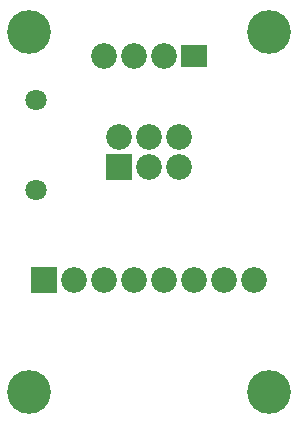
<source format=gbs>
G04 (created by PCBNEW (2013-jul-07)-stable) date Thu 13 Aug 2015 05:12:16 PM PDT*
%MOIN*%
G04 Gerber Fmt 3.4, Leading zero omitted, Abs format*
%FSLAX34Y34*%
G01*
G70*
G90*
G04 APERTURE LIST*
%ADD10C,0.00393701*%
%ADD11R,0.085748X0.085748*%
%ADD12C,0.085748*%
%ADD13R,0.085748X0.075748*%
%ADD14C,0.070748*%
%ADD15C,0.145748*%
G04 APERTURE END LIST*
G54D10*
G54D11*
X53350Y-36250D03*
G54D12*
X53350Y-35250D03*
X54350Y-36250D03*
X54350Y-35250D03*
X55350Y-36250D03*
X55350Y-35250D03*
G54D13*
X55850Y-32550D03*
G54D12*
X54850Y-32550D03*
X53850Y-32550D03*
X52850Y-32550D03*
G54D11*
X50850Y-40000D03*
G54D12*
X51850Y-40000D03*
X52850Y-40000D03*
X53850Y-40000D03*
X54850Y-40000D03*
X55850Y-40000D03*
X56850Y-40000D03*
X57850Y-40000D03*
G54D14*
X50600Y-34000D03*
X50600Y-37000D03*
G54D15*
X58350Y-31750D03*
X50350Y-31750D03*
X58350Y-43750D03*
X50350Y-43750D03*
M02*

</source>
